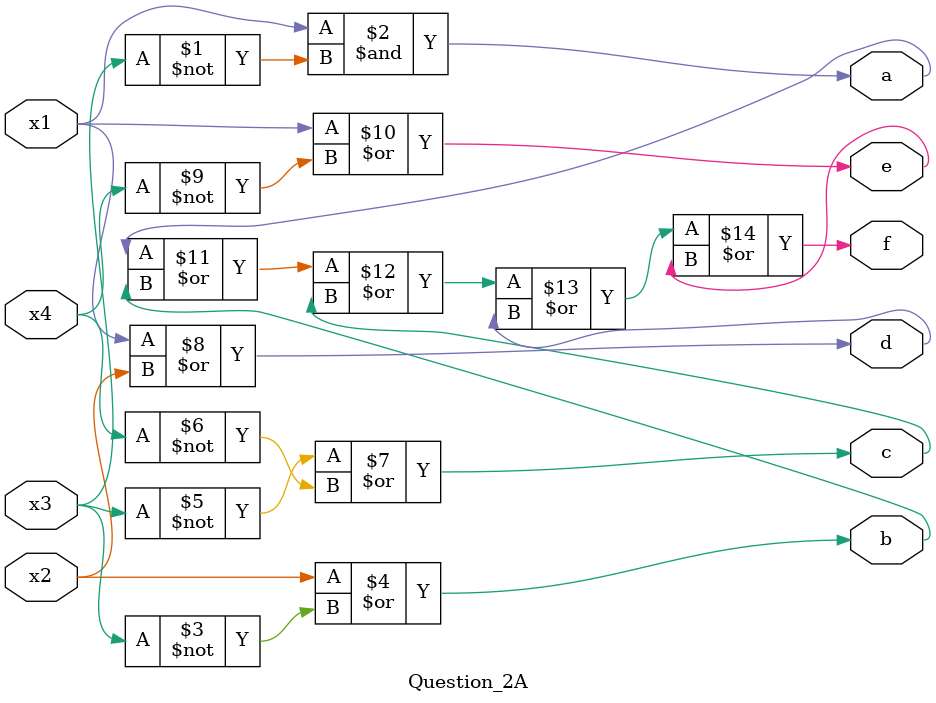
<source format=v>

module Question_2A(x1, x2, x3, x4, f, a, b, c, d, e);

	input x1, x2, x3, x4;
	output f,a,b,c,d,e;
	wire f,a,b,c,d,e;
	
	assign a = x1 & ~x3 ;
	assign b = x2 | ~x3 ; 
	assign c = ~x3 | ~x4 ;
	assign d = x1 | x2;
	assign e = x1 | ~x4;
	assign f = a | b | c | d | e;
	

endmodule

</source>
